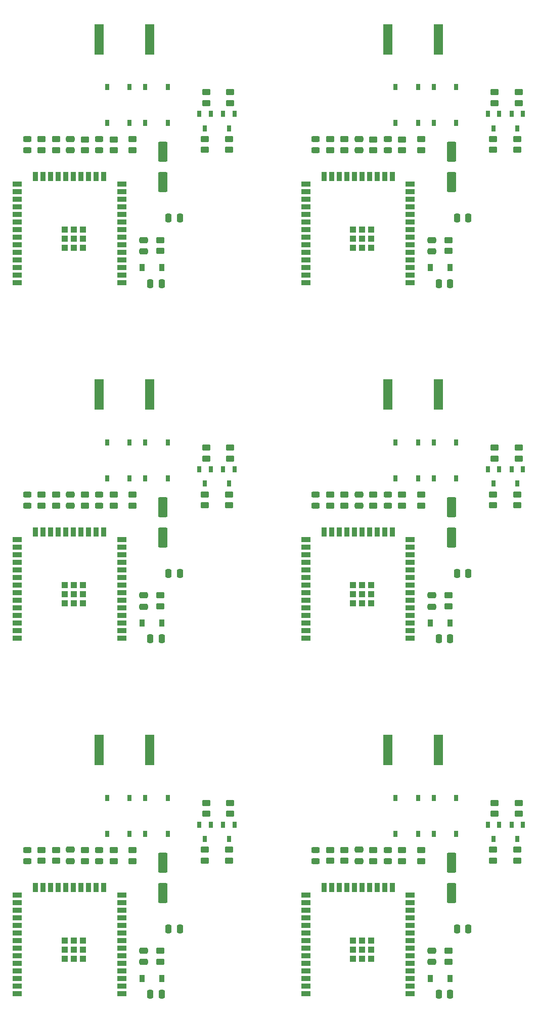
<source format=gbr>
%TF.GenerationSoftware,KiCad,Pcbnew,(6.0.6-0)*%
%TF.CreationDate,2022-06-29T17:43:41+02:00*%
%TF.ProjectId,panel,70616e65-6c2e-46b6-9963-61645f706362,rev?*%
%TF.SameCoordinates,Original*%
%TF.FileFunction,Paste,Top*%
%TF.FilePolarity,Positive*%
%FSLAX46Y46*%
G04 Gerber Fmt 4.6, Leading zero omitted, Abs format (unit mm)*
G04 Created by KiCad (PCBNEW (6.0.6-0)) date 2022-06-29 17:43:41*
%MOMM*%
%LPD*%
G01*
G04 APERTURE LIST*
G04 Aperture macros list*
%AMRoundRect*
0 Rectangle with rounded corners*
0 $1 Rounding radius*
0 $2 $3 $4 $5 $6 $7 $8 $9 X,Y pos of 4 corners*
0 Add a 4 corners polygon primitive as box body*
4,1,4,$2,$3,$4,$5,$6,$7,$8,$9,$2,$3,0*
0 Add four circle primitives for the rounded corners*
1,1,$1+$1,$2,$3*
1,1,$1+$1,$4,$5*
1,1,$1+$1,$6,$7*
1,1,$1+$1,$8,$9*
0 Add four rect primitives between the rounded corners*
20,1,$1+$1,$2,$3,$4,$5,0*
20,1,$1+$1,$4,$5,$6,$7,0*
20,1,$1+$1,$6,$7,$8,$9,0*
20,1,$1+$1,$8,$9,$2,$3,0*%
G04 Aperture macros list end*
%ADD10R,1.500000X5.080000*%
%ADD11R,1.500000X0.900000*%
%ADD12R,0.900000X1.500000*%
%ADD13R,1.050000X1.050000*%
%ADD14RoundRect,0.250000X-0.450000X0.262500X-0.450000X-0.262500X0.450000X-0.262500X0.450000X0.262500X0*%
%ADD15R,0.900000X1.200000*%
%ADD16RoundRect,0.250000X-0.250000X-0.475000X0.250000X-0.475000X0.250000X0.475000X-0.250000X0.475000X0*%
%ADD17RoundRect,0.250000X0.250000X0.475000X-0.250000X0.475000X-0.250000X-0.475000X0.250000X-0.475000X0*%
%ADD18RoundRect,0.243750X0.456250X-0.243750X0.456250X0.243750X-0.456250X0.243750X-0.456250X-0.243750X0*%
%ADD19RoundRect,0.250000X0.450000X-0.262500X0.450000X0.262500X-0.450000X0.262500X-0.450000X-0.262500X0*%
%ADD20R,0.700000X1.000000*%
%ADD21RoundRect,0.250000X0.475000X-0.250000X0.475000X0.250000X-0.475000X0.250000X-0.475000X-0.250000X0*%
%ADD22RoundRect,0.250000X0.550000X-1.412500X0.550000X1.412500X-0.550000X1.412500X-0.550000X-1.412500X0*%
%ADD23R,0.750000X1.000000*%
G04 APERTURE END LIST*
D10*
%TO.C,J3*%
X88199400Y-84380400D03*
X96699400Y-84380400D03*
%TD*%
%TO.C,J3*%
X48399400Y-84380400D03*
X39899400Y-84380400D03*
%TD*%
%TO.C,J3*%
X39899400Y-24880400D03*
X48399400Y-24880400D03*
%TD*%
%TO.C,J3*%
X48399400Y-143880400D03*
X39899400Y-143880400D03*
%TD*%
%TO.C,J3*%
X96699400Y-24880400D03*
X88199400Y-24880400D03*
%TD*%
%TO.C,J3*%
X96699400Y-143880400D03*
X88199400Y-143880400D03*
%TD*%
D11*
%TO.C,U1*%
X91995600Y-125145600D03*
X91995600Y-123875600D03*
X91995600Y-122605600D03*
X91995600Y-121335600D03*
X91995600Y-120065600D03*
X91995600Y-118795600D03*
X91995600Y-117525600D03*
X91995600Y-116255600D03*
X91995600Y-114985600D03*
X91995600Y-113715600D03*
X91995600Y-112445600D03*
X91995600Y-111175600D03*
X91995600Y-109905600D03*
X91995600Y-108635600D03*
D12*
X88965600Y-107385600D03*
X87695600Y-107385600D03*
X86425600Y-107385600D03*
X85155600Y-107385600D03*
X83885600Y-107385600D03*
X82615600Y-107385600D03*
X81345600Y-107385600D03*
X80075600Y-107385600D03*
X78805600Y-107385600D03*
X77535600Y-107385600D03*
D11*
X74495600Y-108635600D03*
X74495600Y-109905600D03*
X74495600Y-111175600D03*
X74495600Y-112445600D03*
X74495600Y-113715600D03*
X74495600Y-114985600D03*
X74495600Y-116255600D03*
X74495600Y-117525600D03*
X74495600Y-118795600D03*
X74495600Y-120065600D03*
X74495600Y-121335600D03*
X74495600Y-122605600D03*
X74495600Y-123875600D03*
X74495600Y-125145600D03*
D13*
X83925600Y-117805600D03*
X82400600Y-119330600D03*
X83925600Y-119330600D03*
X83925600Y-116280600D03*
X82400600Y-116280600D03*
X85450600Y-117805600D03*
X85450600Y-119330600D03*
X85450600Y-116280600D03*
X82400600Y-117805600D03*
%TD*%
D14*
%TO.C,R4*%
X105886000Y-101080500D03*
X105886000Y-102905500D03*
%TD*%
%TO.C,R10*%
X45504000Y-41629500D03*
X45504000Y-43454500D03*
%TD*%
D15*
%TO.C,D2*%
X98693500Y-122616000D03*
X95393500Y-122616000D03*
%TD*%
D16*
%TO.C,C5*%
X96754900Y-125283000D03*
X98654900Y-125283000D03*
%TD*%
D17*
%TO.C,C6*%
X53400000Y-114300000D03*
X51500000Y-114300000D03*
%TD*%
D18*
%TO.C,LED1*%
X27868000Y-162470900D03*
X27868000Y-160595900D03*
%TD*%
D19*
%TO.C,R8*%
X80994000Y-43445900D03*
X80994000Y-41620900D03*
%TD*%
D20*
%TO.C,Q1*%
X110874600Y-156371000D03*
X108974600Y-156371000D03*
X109924600Y-158771000D03*
%TD*%
D14*
%TO.C,R3*%
X61650000Y-41580500D03*
X61650000Y-43405500D03*
%TD*%
D20*
%TO.C,Q2*%
X58576600Y-156371000D03*
X56676600Y-156371000D03*
X57626600Y-158771000D03*
%TD*%
D21*
%TO.C,C3*%
X95645500Y-60383000D03*
X95645500Y-58483000D03*
%TD*%
D14*
%TO.C,R9*%
X30281000Y-101120900D03*
X30281000Y-102945900D03*
%TD*%
D21*
%TO.C,C2*%
X83407000Y-162483400D03*
X83407000Y-160583400D03*
%TD*%
D14*
%TO.C,R4*%
X57586000Y-41580500D03*
X57586000Y-43405500D03*
%TD*%
D22*
%TO.C,C4*%
X50600000Y-167800000D03*
X50600000Y-162725000D03*
%TD*%
D18*
%TO.C,LED2*%
X39933000Y-102985000D03*
X39933000Y-101110000D03*
%TD*%
D19*
%TO.C,R5*%
X90646000Y-43460000D03*
X90646000Y-41635000D03*
%TD*%
D11*
%TO.C,U1*%
X43695600Y-65645600D03*
X43695600Y-64375600D03*
X43695600Y-63105600D03*
X43695600Y-61835600D03*
X43695600Y-60565600D03*
X43695600Y-59295600D03*
X43695600Y-58025600D03*
X43695600Y-56755600D03*
X43695600Y-55485600D03*
X43695600Y-54215600D03*
X43695600Y-52945600D03*
X43695600Y-51675600D03*
X43695600Y-50405600D03*
X43695600Y-49135600D03*
D12*
X40665600Y-47885600D03*
X39395600Y-47885600D03*
X38125600Y-47885600D03*
X36855600Y-47885600D03*
X35585600Y-47885600D03*
X34315600Y-47885600D03*
X33045600Y-47885600D03*
X31775600Y-47885600D03*
X30505600Y-47885600D03*
X29235600Y-47885600D03*
D11*
X26195600Y-49135600D03*
X26195600Y-50405600D03*
X26195600Y-51675600D03*
X26195600Y-52945600D03*
X26195600Y-54215600D03*
X26195600Y-55485600D03*
X26195600Y-56755600D03*
X26195600Y-58025600D03*
X26195600Y-59295600D03*
X26195600Y-60565600D03*
X26195600Y-61835600D03*
X26195600Y-63105600D03*
X26195600Y-64375600D03*
X26195600Y-65645600D03*
D13*
X37150600Y-58305600D03*
X37150600Y-59830600D03*
X35625600Y-59830600D03*
X35625600Y-56780600D03*
X34100600Y-59830600D03*
X37150600Y-56780600D03*
X35625600Y-58305600D03*
X34100600Y-56780600D03*
X34100600Y-58305600D03*
%TD*%
D22*
%TO.C,C4*%
X50600000Y-108300000D03*
X50600000Y-103225000D03*
%TD*%
D19*
%TO.C,R7*%
X85820000Y-102960000D03*
X85820000Y-101135000D03*
%TD*%
D23*
%TO.C,SW1*%
X47633400Y-32904000D03*
X47633400Y-38904000D03*
X51383400Y-32904000D03*
X51383400Y-38904000D03*
%TD*%
D14*
%TO.C,R4*%
X105886000Y-41580500D03*
X105886000Y-43405500D03*
%TD*%
D23*
%TO.C,SW2*%
X93283000Y-98404000D03*
X93283000Y-92404000D03*
X89533000Y-98404000D03*
X89533000Y-92404000D03*
%TD*%
D20*
%TO.C,Q1*%
X62574600Y-156371000D03*
X60674600Y-156371000D03*
X61624600Y-158771000D03*
%TD*%
D21*
%TO.C,C3*%
X47345500Y-60383000D03*
X47345500Y-58483000D03*
%TD*%
D22*
%TO.C,C4*%
X98900000Y-48800000D03*
X98900000Y-43725000D03*
%TD*%
D11*
%TO.C,U1*%
X43695600Y-125145600D03*
X43695600Y-123875600D03*
X43695600Y-122605600D03*
X43695600Y-121335600D03*
X43695600Y-120065600D03*
X43695600Y-118795600D03*
X43695600Y-117525600D03*
X43695600Y-116255600D03*
X43695600Y-114985600D03*
X43695600Y-113715600D03*
X43695600Y-112445600D03*
X43695600Y-111175600D03*
X43695600Y-109905600D03*
X43695600Y-108635600D03*
D12*
X40665600Y-107385600D03*
X39395600Y-107385600D03*
X38125600Y-107385600D03*
X36855600Y-107385600D03*
X35585600Y-107385600D03*
X34315600Y-107385600D03*
X33045600Y-107385600D03*
X31775600Y-107385600D03*
X30505600Y-107385600D03*
X29235600Y-107385600D03*
D11*
X26195600Y-108635600D03*
X26195600Y-109905600D03*
X26195600Y-111175600D03*
X26195600Y-112445600D03*
X26195600Y-113715600D03*
X26195600Y-114985600D03*
X26195600Y-116255600D03*
X26195600Y-117525600D03*
X26195600Y-118795600D03*
X26195600Y-120065600D03*
X26195600Y-121335600D03*
X26195600Y-122605600D03*
X26195600Y-123875600D03*
X26195600Y-125145600D03*
D13*
X37150600Y-119330600D03*
X37150600Y-117805600D03*
X34100600Y-117805600D03*
X37150600Y-116280600D03*
X34100600Y-119330600D03*
X35625600Y-117805600D03*
X34100600Y-116280600D03*
X35625600Y-119330600D03*
X35625600Y-116280600D03*
%TD*%
D20*
%TO.C,Q2*%
X106876600Y-96871000D03*
X104976600Y-96871000D03*
X105926600Y-99271000D03*
%TD*%
D15*
%TO.C,D2*%
X50393500Y-122616000D03*
X47093500Y-122616000D03*
%TD*%
D19*
%TO.C,R11*%
X98439500Y-179322000D03*
X98439500Y-177497000D03*
%TD*%
D15*
%TO.C,D2*%
X50393500Y-63116000D03*
X47093500Y-63116000D03*
%TD*%
D14*
%TO.C,R3*%
X109950000Y-41580500D03*
X109950000Y-43405500D03*
%TD*%
D19*
%TO.C,R7*%
X37520000Y-43460000D03*
X37520000Y-41635000D03*
%TD*%
%TO.C,R11*%
X98439500Y-60322000D03*
X98439500Y-58497000D03*
%TD*%
D16*
%TO.C,C5*%
X96754900Y-65783000D03*
X98654900Y-65783000D03*
%TD*%
D14*
%TO.C,R2*%
X57840000Y-33743900D03*
X57840000Y-35568900D03*
%TD*%
D19*
%TO.C,R5*%
X42346000Y-43460000D03*
X42346000Y-41635000D03*
%TD*%
D23*
%TO.C,SW1*%
X95933400Y-98404000D03*
X95933400Y-92404000D03*
X99683400Y-92404000D03*
X99683400Y-98404000D03*
%TD*%
D22*
%TO.C,C4*%
X50600000Y-48800000D03*
X50600000Y-43725000D03*
%TD*%
D18*
%TO.C,LED1*%
X27868000Y-102970900D03*
X27868000Y-101095900D03*
%TD*%
D23*
%TO.C,SW2*%
X44983000Y-151904000D03*
X44983000Y-157904000D03*
X41233000Y-157904000D03*
X41233000Y-151904000D03*
%TD*%
D14*
%TO.C,R2*%
X106140000Y-33743900D03*
X106140000Y-35568900D03*
%TD*%
%TO.C,R9*%
X78581000Y-41620900D03*
X78581000Y-43445900D03*
%TD*%
D18*
%TO.C,LED1*%
X27868000Y-43470900D03*
X27868000Y-41595900D03*
%TD*%
D14*
%TO.C,R10*%
X93804000Y-101129500D03*
X93804000Y-102954500D03*
%TD*%
D16*
%TO.C,C5*%
X96754900Y-184783000D03*
X98654900Y-184783000D03*
%TD*%
D14*
%TO.C,R10*%
X93804000Y-41629500D03*
X93804000Y-43454500D03*
%TD*%
D17*
%TO.C,C6*%
X101700000Y-114300000D03*
X99800000Y-114300000D03*
%TD*%
D18*
%TO.C,LED2*%
X39933000Y-162485000D03*
X39933000Y-160610000D03*
%TD*%
D23*
%TO.C,SW1*%
X47633400Y-98404000D03*
X47633400Y-92404000D03*
X51383400Y-98404000D03*
X51383400Y-92404000D03*
%TD*%
D14*
%TO.C,R2*%
X106140000Y-93243900D03*
X106140000Y-95068900D03*
%TD*%
D15*
%TO.C,D2*%
X50393500Y-182116000D03*
X47093500Y-182116000D03*
%TD*%
D19*
%TO.C,R5*%
X90646000Y-162460000D03*
X90646000Y-160635000D03*
%TD*%
D14*
%TO.C,R10*%
X93804000Y-160629500D03*
X93804000Y-162454500D03*
%TD*%
D16*
%TO.C,C5*%
X48454900Y-125283000D03*
X50354900Y-125283000D03*
%TD*%
D20*
%TO.C,Q2*%
X58576600Y-96871000D03*
X56676600Y-96871000D03*
X57626600Y-99271000D03*
%TD*%
D14*
%TO.C,R4*%
X105886000Y-160580500D03*
X105886000Y-162405500D03*
%TD*%
D19*
%TO.C,R11*%
X98439500Y-119822000D03*
X98439500Y-117997000D03*
%TD*%
D23*
%TO.C,SW2*%
X44983000Y-32904000D03*
X44983000Y-38904000D03*
X41233000Y-38904000D03*
X41233000Y-32904000D03*
%TD*%
D18*
%TO.C,LED1*%
X76168000Y-102970900D03*
X76168000Y-101095900D03*
%TD*%
D20*
%TO.C,Q2*%
X58576600Y-37371000D03*
X56676600Y-37371000D03*
X57626600Y-39771000D03*
%TD*%
D21*
%TO.C,C3*%
X47345500Y-179383000D03*
X47345500Y-177483000D03*
%TD*%
D16*
%TO.C,C5*%
X48454900Y-184783000D03*
X50354900Y-184783000D03*
%TD*%
D18*
%TO.C,LED2*%
X88233000Y-162485000D03*
X88233000Y-160610000D03*
%TD*%
D19*
%TO.C,R5*%
X90646000Y-102960000D03*
X90646000Y-101135000D03*
%TD*%
D21*
%TO.C,C2*%
X35107000Y-102983400D03*
X35107000Y-101083400D03*
%TD*%
D14*
%TO.C,R10*%
X45504000Y-101129500D03*
X45504000Y-102954500D03*
%TD*%
D20*
%TO.C,Q1*%
X62574600Y-96871000D03*
X60674600Y-96871000D03*
X61624600Y-99271000D03*
%TD*%
D19*
%TO.C,R7*%
X37520000Y-102960000D03*
X37520000Y-101135000D03*
%TD*%
D14*
%TO.C,R9*%
X30281000Y-41620900D03*
X30281000Y-43445900D03*
%TD*%
%TO.C,R3*%
X109950000Y-160580500D03*
X109950000Y-162405500D03*
%TD*%
D16*
%TO.C,C5*%
X48454900Y-65783000D03*
X50354900Y-65783000D03*
%TD*%
D19*
%TO.C,R11*%
X50139500Y-60322000D03*
X50139500Y-58497000D03*
%TD*%
D18*
%TO.C,LED2*%
X88233000Y-102985000D03*
X88233000Y-101110000D03*
%TD*%
D19*
%TO.C,R7*%
X85820000Y-162460000D03*
X85820000Y-160635000D03*
%TD*%
D23*
%TO.C,SW2*%
X44983000Y-98404000D03*
X44983000Y-92404000D03*
X41233000Y-92404000D03*
X41233000Y-98404000D03*
%TD*%
D19*
%TO.C,R1*%
X110127800Y-154568900D03*
X110127800Y-152743900D03*
%TD*%
%TO.C,R1*%
X110127800Y-35568900D03*
X110127800Y-33743900D03*
%TD*%
D18*
%TO.C,LED2*%
X39933000Y-43485000D03*
X39933000Y-41610000D03*
%TD*%
D19*
%TO.C,R5*%
X42346000Y-102960000D03*
X42346000Y-101135000D03*
%TD*%
D20*
%TO.C,Q2*%
X106876600Y-156371000D03*
X104976600Y-156371000D03*
X105926600Y-158771000D03*
%TD*%
D19*
%TO.C,R5*%
X42346000Y-162460000D03*
X42346000Y-160635000D03*
%TD*%
D14*
%TO.C,R9*%
X30281000Y-160620900D03*
X30281000Y-162445900D03*
%TD*%
D21*
%TO.C,C2*%
X35107000Y-43483400D03*
X35107000Y-41583400D03*
%TD*%
D14*
%TO.C,R4*%
X57586000Y-160580500D03*
X57586000Y-162405500D03*
%TD*%
D23*
%TO.C,SW2*%
X93283000Y-151904000D03*
X93283000Y-157904000D03*
X89533000Y-151904000D03*
X89533000Y-157904000D03*
%TD*%
%TO.C,SW1*%
X95933400Y-151904000D03*
X95933400Y-157904000D03*
X99683400Y-157904000D03*
X99683400Y-151904000D03*
%TD*%
D11*
%TO.C,U1*%
X91995600Y-65645600D03*
X91995600Y-64375600D03*
X91995600Y-63105600D03*
X91995600Y-61835600D03*
X91995600Y-60565600D03*
X91995600Y-59295600D03*
X91995600Y-58025600D03*
X91995600Y-56755600D03*
X91995600Y-55485600D03*
X91995600Y-54215600D03*
X91995600Y-52945600D03*
X91995600Y-51675600D03*
X91995600Y-50405600D03*
X91995600Y-49135600D03*
D12*
X88965600Y-47885600D03*
X87695600Y-47885600D03*
X86425600Y-47885600D03*
X85155600Y-47885600D03*
X83885600Y-47885600D03*
X82615600Y-47885600D03*
X81345600Y-47885600D03*
X80075600Y-47885600D03*
X78805600Y-47885600D03*
X77535600Y-47885600D03*
D11*
X74495600Y-49135600D03*
X74495600Y-50405600D03*
X74495600Y-51675600D03*
X74495600Y-52945600D03*
X74495600Y-54215600D03*
X74495600Y-55485600D03*
X74495600Y-56755600D03*
X74495600Y-58025600D03*
X74495600Y-59295600D03*
X74495600Y-60565600D03*
X74495600Y-61835600D03*
X74495600Y-63105600D03*
X74495600Y-64375600D03*
X74495600Y-65645600D03*
D13*
X85450600Y-56780600D03*
X83925600Y-56780600D03*
X83925600Y-58305600D03*
X83925600Y-59830600D03*
X82400600Y-58305600D03*
X85450600Y-58305600D03*
X82400600Y-59830600D03*
X85450600Y-59830600D03*
X82400600Y-56780600D03*
%TD*%
D19*
%TO.C,R8*%
X32694000Y-43445900D03*
X32694000Y-41620900D03*
%TD*%
D21*
%TO.C,C3*%
X95645500Y-119883000D03*
X95645500Y-117983000D03*
%TD*%
D19*
%TO.C,R11*%
X50139500Y-179322000D03*
X50139500Y-177497000D03*
%TD*%
D17*
%TO.C,C6*%
X53400000Y-54800000D03*
X51500000Y-54800000D03*
%TD*%
D14*
%TO.C,R9*%
X78581000Y-101120900D03*
X78581000Y-102945900D03*
%TD*%
D19*
%TO.C,R8*%
X80994000Y-162445900D03*
X80994000Y-160620900D03*
%TD*%
D17*
%TO.C,C6*%
X101700000Y-173800000D03*
X99800000Y-173800000D03*
%TD*%
D14*
%TO.C,R2*%
X57840000Y-152743900D03*
X57840000Y-154568900D03*
%TD*%
%TO.C,R3*%
X61650000Y-101080500D03*
X61650000Y-102905500D03*
%TD*%
%TO.C,R3*%
X61650000Y-160580500D03*
X61650000Y-162405500D03*
%TD*%
D15*
%TO.C,D2*%
X98693500Y-63116000D03*
X95393500Y-63116000D03*
%TD*%
D17*
%TO.C,C6*%
X101700000Y-54800000D03*
X99800000Y-54800000D03*
%TD*%
D23*
%TO.C,SW1*%
X95933400Y-38904000D03*
X95933400Y-32904000D03*
X99683400Y-38904000D03*
X99683400Y-32904000D03*
%TD*%
D22*
%TO.C,C4*%
X98900000Y-108300000D03*
X98900000Y-103225000D03*
%TD*%
D18*
%TO.C,LED1*%
X76168000Y-43470900D03*
X76168000Y-41595900D03*
%TD*%
D19*
%TO.C,R8*%
X32694000Y-162445900D03*
X32694000Y-160620900D03*
%TD*%
%TO.C,R7*%
X85820000Y-43460000D03*
X85820000Y-41635000D03*
%TD*%
%TO.C,R1*%
X110127800Y-95068900D03*
X110127800Y-93243900D03*
%TD*%
D20*
%TO.C,Q2*%
X106876600Y-37371000D03*
X104976600Y-37371000D03*
X105926600Y-39771000D03*
%TD*%
%TO.C,Q1*%
X110874600Y-37371000D03*
X108974600Y-37371000D03*
X109924600Y-39771000D03*
%TD*%
D15*
%TO.C,D2*%
X98693500Y-182116000D03*
X95393500Y-182116000D03*
%TD*%
D19*
%TO.C,R11*%
X50139500Y-119822000D03*
X50139500Y-117997000D03*
%TD*%
D18*
%TO.C,LED2*%
X88233000Y-43485000D03*
X88233000Y-41610000D03*
%TD*%
D21*
%TO.C,C3*%
X47345500Y-119883000D03*
X47345500Y-117983000D03*
%TD*%
%TO.C,C2*%
X35107000Y-162483400D03*
X35107000Y-160583400D03*
%TD*%
D20*
%TO.C,Q1*%
X62574600Y-37371000D03*
X60674600Y-37371000D03*
X61624600Y-39771000D03*
%TD*%
D14*
%TO.C,R10*%
X45504000Y-160629500D03*
X45504000Y-162454500D03*
%TD*%
%TO.C,R3*%
X109950000Y-101080500D03*
X109950000Y-102905500D03*
%TD*%
D11*
%TO.C,U1*%
X91995600Y-184645600D03*
X91995600Y-183375600D03*
X91995600Y-182105600D03*
X91995600Y-180835600D03*
X91995600Y-179565600D03*
X91995600Y-178295600D03*
X91995600Y-177025600D03*
X91995600Y-175755600D03*
X91995600Y-174485600D03*
X91995600Y-173215600D03*
X91995600Y-171945600D03*
X91995600Y-170675600D03*
X91995600Y-169405600D03*
X91995600Y-168135600D03*
D12*
X88965600Y-166885600D03*
X87695600Y-166885600D03*
X86425600Y-166885600D03*
X85155600Y-166885600D03*
X83885600Y-166885600D03*
X82615600Y-166885600D03*
X81345600Y-166885600D03*
X80075600Y-166885600D03*
X78805600Y-166885600D03*
X77535600Y-166885600D03*
D11*
X74495600Y-168135600D03*
X74495600Y-169405600D03*
X74495600Y-170675600D03*
X74495600Y-171945600D03*
X74495600Y-173215600D03*
X74495600Y-174485600D03*
X74495600Y-175755600D03*
X74495600Y-177025600D03*
X74495600Y-178295600D03*
X74495600Y-179565600D03*
X74495600Y-180835600D03*
X74495600Y-182105600D03*
X74495600Y-183375600D03*
X74495600Y-184645600D03*
D13*
X85450600Y-177305600D03*
X83925600Y-178830600D03*
X83925600Y-175780600D03*
X85450600Y-175780600D03*
X82400600Y-175780600D03*
X82400600Y-177305600D03*
X82400600Y-178830600D03*
X83925600Y-177305600D03*
X85450600Y-178830600D03*
%TD*%
D14*
%TO.C,R9*%
X78581000Y-160620900D03*
X78581000Y-162445900D03*
%TD*%
%TO.C,R2*%
X57840000Y-93243900D03*
X57840000Y-95068900D03*
%TD*%
D19*
%TO.C,R7*%
X37520000Y-162460000D03*
X37520000Y-160635000D03*
%TD*%
D11*
%TO.C,U1*%
X43695600Y-184645600D03*
X43695600Y-183375600D03*
X43695600Y-182105600D03*
X43695600Y-180835600D03*
X43695600Y-179565600D03*
X43695600Y-178295600D03*
X43695600Y-177025600D03*
X43695600Y-175755600D03*
X43695600Y-174485600D03*
X43695600Y-173215600D03*
X43695600Y-171945600D03*
X43695600Y-170675600D03*
X43695600Y-169405600D03*
X43695600Y-168135600D03*
D12*
X40665600Y-166885600D03*
X39395600Y-166885600D03*
X38125600Y-166885600D03*
X36855600Y-166885600D03*
X35585600Y-166885600D03*
X34315600Y-166885600D03*
X33045600Y-166885600D03*
X31775600Y-166885600D03*
X30505600Y-166885600D03*
X29235600Y-166885600D03*
D11*
X26195600Y-168135600D03*
X26195600Y-169405600D03*
X26195600Y-170675600D03*
X26195600Y-171945600D03*
X26195600Y-173215600D03*
X26195600Y-174485600D03*
X26195600Y-175755600D03*
X26195600Y-177025600D03*
X26195600Y-178295600D03*
X26195600Y-179565600D03*
X26195600Y-180835600D03*
X26195600Y-182105600D03*
X26195600Y-183375600D03*
X26195600Y-184645600D03*
D13*
X34100600Y-177305600D03*
X37150600Y-177305600D03*
X37150600Y-178830600D03*
X37150600Y-175780600D03*
X35625600Y-178830600D03*
X34100600Y-178830600D03*
X35625600Y-175780600D03*
X35625600Y-177305600D03*
X34100600Y-175780600D03*
%TD*%
D14*
%TO.C,R4*%
X57586000Y-101080500D03*
X57586000Y-102905500D03*
%TD*%
D20*
%TO.C,Q1*%
X110874600Y-96871000D03*
X108974600Y-96871000D03*
X109924600Y-99271000D03*
%TD*%
D19*
%TO.C,R1*%
X61827800Y-154568900D03*
X61827800Y-152743900D03*
%TD*%
%TO.C,R8*%
X80994000Y-102945900D03*
X80994000Y-101120900D03*
%TD*%
D17*
%TO.C,C6*%
X53400000Y-173800000D03*
X51500000Y-173800000D03*
%TD*%
D22*
%TO.C,C4*%
X98900000Y-167800000D03*
X98900000Y-162725000D03*
%TD*%
D18*
%TO.C,LED1*%
X76168000Y-162470900D03*
X76168000Y-160595900D03*
%TD*%
D14*
%TO.C,R2*%
X106140000Y-152743900D03*
X106140000Y-154568900D03*
%TD*%
D23*
%TO.C,SW2*%
X93283000Y-32904000D03*
X93283000Y-38904000D03*
X89533000Y-38904000D03*
X89533000Y-32904000D03*
%TD*%
D19*
%TO.C,R1*%
X61827800Y-35568900D03*
X61827800Y-33743900D03*
%TD*%
D23*
%TO.C,SW1*%
X47633400Y-151904000D03*
X47633400Y-157904000D03*
X51383400Y-151904000D03*
X51383400Y-157904000D03*
%TD*%
D19*
%TO.C,R1*%
X61827800Y-95068900D03*
X61827800Y-93243900D03*
%TD*%
D21*
%TO.C,C3*%
X95645500Y-179383000D03*
X95645500Y-177483000D03*
%TD*%
%TO.C,C2*%
X83407000Y-102983400D03*
X83407000Y-101083400D03*
%TD*%
D19*
%TO.C,R8*%
X32694000Y-102945900D03*
X32694000Y-101120900D03*
%TD*%
D21*
%TO.C,C2*%
X83407000Y-43483400D03*
X83407000Y-41583400D03*
%TD*%
M02*

</source>
